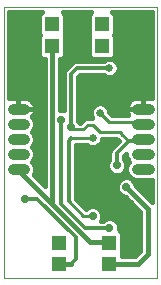
<source format=gbl>
G75*
G70*
%OFA0B0*%
%FSLAX24Y24*%
%IPPOS*%
%LPD*%
%AMOC8*
5,1,8,0,0,1.08239X$1,22.5*
%
%ADD10C,0.0000*%
%ADD11R,0.0515X0.0515*%
%ADD12C,0.0377*%
%ADD13C,0.0277*%
%ADD14C,0.0120*%
%ADD15C,0.0258*%
%ADD16C,0.0100*%
%ADD17C,0.0060*%
%ADD18C,0.0160*%
%ADD19C,0.0150*%
D10*
X000900Y000980D02*
X000900Y010035D01*
X006018Y010035D01*
X006018Y000980D01*
X000900Y000980D01*
D11*
X002753Y001459D03*
X002753Y002167D03*
X004406Y002167D03*
X004406Y001459D03*
X004165Y008729D03*
X004165Y009438D03*
X002512Y009438D03*
X002512Y008729D03*
D12*
X001569Y006620D02*
X001191Y006620D01*
X001191Y006120D02*
X001569Y006120D01*
X001569Y005620D02*
X001191Y005620D01*
X001191Y005120D02*
X001569Y005120D01*
X001569Y004620D02*
X001191Y004620D01*
X005351Y004620D02*
X005729Y004620D01*
X005729Y005120D02*
X005351Y005120D01*
X005351Y005620D02*
X005729Y005620D01*
X005729Y006120D02*
X005351Y006120D01*
X005351Y006620D02*
X005729Y006620D01*
D13*
X005540Y007540D03*
X004660Y004740D03*
X004980Y004020D03*
X004420Y002660D03*
X003860Y003060D03*
X003380Y003860D03*
X003420Y005300D03*
X003140Y006020D03*
X002820Y006260D03*
X002180Y005540D03*
X001620Y003620D03*
X003540Y006420D03*
X001700Y008180D03*
X001380Y007380D03*
D14*
X002820Y006260D02*
X002820Y003460D01*
X003620Y002660D01*
X004420Y002660D01*
X003300Y002340D02*
X003300Y001620D01*
X003139Y001459D01*
X003300Y002340D02*
X002020Y003620D01*
X001620Y003620D01*
X003060Y003540D02*
X003060Y005540D01*
X003140Y005660D01*
X003140Y006020D02*
X003140Y007780D01*
X003340Y007980D01*
X004420Y007980D01*
X005460Y006180D02*
X005530Y006110D01*
X005540Y006100D01*
X005540Y005620D02*
X005460Y005540D01*
X005060Y005540D01*
X004660Y005140D01*
X004660Y004740D01*
D15*
X003860Y005660D03*
X004100Y006500D03*
X004420Y007980D03*
D16*
X004100Y006500D02*
X004420Y006180D01*
X005480Y006180D01*
X005540Y006120D01*
X005060Y005540D02*
X004820Y005780D01*
X004820Y005860D01*
X004100Y005860D01*
X003860Y006100D01*
X003700Y006100D01*
X003540Y005940D01*
X003220Y005940D01*
X003140Y006020D01*
X003140Y005660D02*
X003860Y005660D01*
X003060Y003540D02*
X003540Y003060D01*
X003860Y003060D01*
D17*
X005530Y006110D02*
X005540Y006120D01*
D18*
X005540Y006620D02*
X004983Y006620D01*
X004983Y006584D01*
X004997Y006512D01*
X005025Y006445D01*
X005048Y006410D01*
X004515Y006410D01*
X004409Y006516D01*
X004409Y006561D01*
X004362Y006675D01*
X004275Y006762D01*
X004161Y006809D01*
X004039Y006809D01*
X003925Y006762D01*
X003838Y006675D01*
X003791Y006561D01*
X003791Y006439D01*
X003836Y006330D01*
X003605Y006330D01*
X003445Y006170D01*
X003423Y006170D01*
X003410Y006201D01*
X003380Y006231D01*
X003380Y007681D01*
X003439Y007740D01*
X004223Y007740D01*
X004245Y007718D01*
X004359Y007671D01*
X004481Y007671D01*
X004595Y007718D01*
X004682Y007805D01*
X004729Y007919D01*
X004729Y008041D01*
X004682Y008155D01*
X004595Y008242D01*
X004481Y008289D01*
X004359Y008289D01*
X004245Y008242D01*
X004223Y008220D01*
X003292Y008220D01*
X003204Y008183D01*
X003137Y008116D01*
X002937Y007916D01*
X002900Y007828D01*
X002900Y006572D01*
X002883Y006579D01*
X002767Y006579D01*
X002767Y008292D01*
X002844Y008292D01*
X002949Y008397D01*
X002949Y009061D01*
X002927Y009083D01*
X002949Y009106D01*
X002949Y009770D01*
X002864Y009855D01*
X003813Y009855D01*
X003728Y009770D01*
X003728Y009106D01*
X003750Y009083D01*
X003728Y009061D01*
X003728Y008397D01*
X003833Y008292D01*
X004497Y008292D01*
X004603Y008397D01*
X004603Y009061D01*
X004580Y009083D01*
X004603Y009106D01*
X004603Y009770D01*
X004517Y009855D01*
X005838Y009855D01*
X005838Y006974D01*
X005836Y006974D01*
X005765Y006989D01*
X005540Y006989D01*
X005315Y006989D01*
X005244Y006974D01*
X005177Y006947D01*
X005116Y006906D01*
X005065Y006855D01*
X005025Y006795D01*
X004997Y006728D01*
X004983Y006656D01*
X004983Y006620D01*
X005540Y006620D01*
X005540Y006620D01*
X005540Y006989D01*
X005540Y006620D01*
X005540Y006620D01*
X005540Y006686D02*
X005540Y006686D01*
X005540Y006845D02*
X005540Y006845D01*
X005838Y007003D02*
X003380Y007003D01*
X003380Y007162D02*
X005838Y007162D01*
X005838Y007320D02*
X003380Y007320D01*
X003380Y007479D02*
X005838Y007479D01*
X005838Y007637D02*
X003380Y007637D01*
X003133Y008113D02*
X002767Y008113D01*
X002767Y008271D02*
X004315Y008271D01*
X004525Y008271D02*
X005838Y008271D01*
X005838Y008113D02*
X004699Y008113D01*
X004729Y007954D02*
X005838Y007954D01*
X005838Y007796D02*
X004672Y007796D01*
X004603Y008430D02*
X005838Y008430D01*
X005838Y008588D02*
X004603Y008588D01*
X004603Y008747D02*
X005838Y008747D01*
X005838Y008905D02*
X004603Y008905D01*
X004600Y009064D02*
X005838Y009064D01*
X005838Y009222D02*
X004603Y009222D01*
X004603Y009381D02*
X005838Y009381D01*
X005838Y009539D02*
X004603Y009539D01*
X004603Y009698D02*
X005838Y009698D01*
X005058Y006845D02*
X003380Y006845D01*
X003380Y006686D02*
X003849Y006686D01*
X003791Y006528D02*
X003380Y006528D01*
X003380Y006369D02*
X003820Y006369D01*
X003485Y006211D02*
X003400Y006211D01*
X002900Y006686D02*
X002767Y006686D01*
X002767Y006845D02*
X002900Y006845D01*
X002900Y007003D02*
X002767Y007003D01*
X002767Y007162D02*
X002900Y007162D01*
X002900Y007320D02*
X002767Y007320D01*
X002767Y007479D02*
X002900Y007479D01*
X002900Y007637D02*
X002767Y007637D01*
X002767Y007796D02*
X002900Y007796D01*
X002975Y007954D02*
X002767Y007954D01*
X003137Y008116D02*
X003137Y008116D01*
X002949Y008430D02*
X003728Y008430D01*
X003728Y008588D02*
X002949Y008588D01*
X002949Y008747D02*
X003728Y008747D01*
X003728Y008905D02*
X002949Y008905D01*
X002947Y009064D02*
X003730Y009064D01*
X003728Y009222D02*
X002949Y009222D01*
X002949Y009381D02*
X003728Y009381D01*
X003728Y009539D02*
X002949Y009539D01*
X002949Y009698D02*
X003728Y009698D01*
X002257Y008292D02*
X002257Y004064D01*
X001889Y004431D01*
X001937Y004547D01*
X001937Y004693D01*
X001881Y004829D01*
X001840Y004870D01*
X001881Y004911D01*
X001937Y005047D01*
X001937Y005193D01*
X001881Y005329D01*
X001840Y005370D01*
X001881Y005411D01*
X001937Y005547D01*
X001937Y005693D01*
X001881Y005829D01*
X001840Y005870D01*
X001881Y005911D01*
X001937Y006047D01*
X001937Y006193D01*
X001881Y006329D01*
X001840Y006370D01*
X001855Y006385D01*
X001895Y006445D01*
X001923Y006512D01*
X001937Y006584D01*
X001937Y006620D01*
X001937Y006656D01*
X001923Y006728D01*
X001895Y006795D01*
X001855Y006855D01*
X001804Y006906D01*
X001743Y006947D01*
X001676Y006974D01*
X001605Y006989D01*
X001380Y006989D01*
X001155Y006989D01*
X001084Y006974D01*
X001080Y006973D01*
X001080Y009855D01*
X002159Y009855D01*
X002074Y009770D01*
X002074Y009106D01*
X002096Y009083D01*
X002074Y009061D01*
X002074Y008397D01*
X002180Y008292D01*
X002257Y008292D01*
X002257Y008271D02*
X001080Y008271D01*
X001080Y008113D02*
X002257Y008113D01*
X002257Y007954D02*
X001080Y007954D01*
X001080Y007796D02*
X002257Y007796D01*
X002257Y007637D02*
X001080Y007637D01*
X001080Y007479D02*
X002257Y007479D01*
X002257Y007320D02*
X001080Y007320D01*
X001080Y007162D02*
X002257Y007162D01*
X002257Y007003D02*
X001080Y007003D01*
X001380Y006989D02*
X001380Y006620D01*
X001380Y006620D01*
X001380Y006989D01*
X001380Y006845D02*
X001380Y006845D01*
X001380Y006686D02*
X001380Y006686D01*
X001380Y006620D02*
X001937Y006620D01*
X001380Y006620D01*
X001380Y006620D01*
X001841Y006369D02*
X002257Y006369D01*
X002257Y006528D02*
X001926Y006528D01*
X001931Y006686D02*
X002257Y006686D01*
X002257Y006845D02*
X001862Y006845D01*
X001930Y006211D02*
X002257Y006211D01*
X002257Y006052D02*
X001937Y006052D01*
X001863Y005894D02*
X002257Y005894D01*
X002257Y005735D02*
X001920Y005735D01*
X001937Y005577D02*
X002257Y005577D01*
X002257Y005418D02*
X001884Y005418D01*
X001910Y005260D02*
X002257Y005260D01*
X002257Y005101D02*
X001937Y005101D01*
X001894Y004943D02*
X002257Y004943D01*
X002257Y004784D02*
X001900Y004784D01*
X001937Y004626D02*
X002257Y004626D01*
X002257Y004467D02*
X001904Y004467D01*
X002012Y004309D02*
X002257Y004309D01*
X002257Y004150D02*
X002171Y004150D01*
X003300Y004150D02*
X004689Y004150D01*
X004710Y004201D02*
X004661Y004083D01*
X004661Y003957D01*
X004710Y003839D01*
X004799Y003750D01*
X004917Y003701D01*
X004938Y003701D01*
X005445Y003194D01*
X005445Y001886D01*
X005273Y001714D01*
X004844Y001714D01*
X004844Y001791D01*
X004822Y001813D01*
X004844Y001835D01*
X004844Y002499D01*
X004739Y002604D01*
X004739Y002723D01*
X004690Y002841D01*
X004601Y002930D01*
X004483Y002979D01*
X004357Y002979D01*
X004239Y002930D01*
X004209Y002900D01*
X004139Y002900D01*
X004179Y002997D01*
X004179Y003123D01*
X004130Y003241D01*
X004041Y003330D01*
X003923Y003379D01*
X003797Y003379D01*
X003679Y003330D01*
X003639Y003290D01*
X003635Y003290D01*
X003300Y003625D01*
X003300Y005430D01*
X003653Y005430D01*
X003685Y005398D01*
X003799Y005351D01*
X003921Y005351D01*
X004035Y005398D01*
X004122Y005485D01*
X004169Y005599D01*
X004169Y005630D01*
X004645Y005630D01*
X004728Y005547D01*
X004457Y005276D01*
X004420Y005188D01*
X004420Y004951D01*
X004390Y004921D01*
X004341Y004803D01*
X004341Y004677D01*
X004390Y004559D01*
X004479Y004470D01*
X004597Y004421D01*
X004723Y004421D01*
X004841Y004470D01*
X004930Y004559D01*
X004979Y004677D01*
X004979Y004803D01*
X004930Y004921D01*
X004900Y004951D01*
X004900Y005041D01*
X004983Y005123D01*
X004983Y005047D01*
X005039Y004911D01*
X005080Y004870D01*
X005039Y004829D01*
X004983Y004693D01*
X004983Y004547D01*
X005039Y004411D01*
X005143Y004308D01*
X005278Y004251D01*
X005802Y004251D01*
X005838Y004266D01*
X005838Y003523D01*
X005299Y004062D01*
X005299Y004083D01*
X005250Y004201D01*
X005161Y004290D01*
X005043Y004339D01*
X004917Y004339D01*
X004799Y004290D01*
X004710Y004201D01*
X004844Y004309D02*
X003300Y004309D01*
X003300Y004467D02*
X004486Y004467D01*
X004362Y004626D02*
X003300Y004626D01*
X003300Y004784D02*
X004341Y004784D01*
X004412Y004943D02*
X003300Y004943D01*
X003300Y005101D02*
X004420Y005101D01*
X004450Y005260D02*
X003300Y005260D01*
X003300Y005418D02*
X003665Y005418D01*
X004055Y005418D02*
X004599Y005418D01*
X004698Y005577D02*
X004160Y005577D01*
X004409Y006528D02*
X004994Y006528D01*
X004989Y006686D02*
X004351Y006686D01*
X004960Y005101D02*
X004983Y005101D01*
X005026Y004943D02*
X004908Y004943D01*
X004979Y004784D02*
X005020Y004784D01*
X004983Y004626D02*
X004958Y004626D01*
X005016Y004467D02*
X004834Y004467D01*
X005116Y004309D02*
X005142Y004309D01*
X005271Y004150D02*
X005838Y004150D01*
X005838Y003992D02*
X005369Y003992D01*
X005528Y003833D02*
X005838Y003833D01*
X005838Y003675D02*
X005686Y003675D01*
X005440Y003199D02*
X004147Y003199D01*
X004179Y003041D02*
X005445Y003041D01*
X005445Y002882D02*
X004649Y002882D01*
X004739Y002724D02*
X005445Y002724D01*
X005445Y002565D02*
X004778Y002565D01*
X004844Y002407D02*
X005445Y002407D01*
X005445Y002248D02*
X004844Y002248D01*
X004844Y002090D02*
X005445Y002090D01*
X005445Y001931D02*
X004844Y001931D01*
X004844Y001773D02*
X005332Y001773D01*
X005282Y003358D02*
X003975Y003358D01*
X003745Y003358D02*
X003568Y003358D01*
X003409Y003516D02*
X005123Y003516D01*
X004965Y003675D02*
X003300Y003675D01*
X003300Y003833D02*
X004716Y003833D01*
X004661Y003992D02*
X003300Y003992D01*
X002074Y008430D02*
X001080Y008430D01*
X001080Y008588D02*
X002074Y008588D01*
X002074Y008747D02*
X001080Y008747D01*
X001080Y008905D02*
X002074Y008905D01*
X002077Y009064D02*
X001080Y009064D01*
X001080Y009222D02*
X002074Y009222D01*
X002074Y009381D02*
X001080Y009381D01*
X001080Y009539D02*
X002074Y009539D01*
X002074Y009698D02*
X001080Y009698D01*
D19*
X002512Y008729D02*
X002512Y003472D01*
X002500Y003460D01*
X003780Y002180D01*
X004400Y002180D01*
X004406Y002167D01*
X004400Y002180D02*
X004420Y002180D01*
X004406Y001459D02*
X005379Y001459D01*
X005700Y001780D01*
X005700Y003300D01*
X004980Y004020D01*
X003139Y001459D02*
X002753Y001459D01*
X002500Y003460D02*
X001380Y004580D01*
X001380Y004620D01*
M02*

</source>
